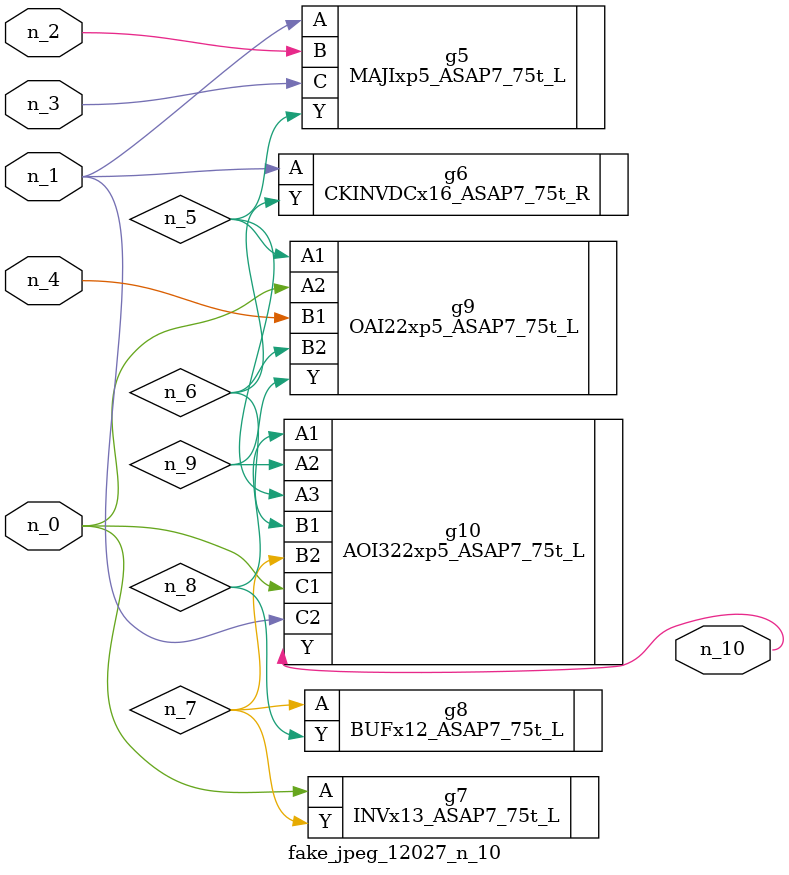
<source format=v>
module fake_jpeg_12027_n_10 (n_3, n_2, n_1, n_0, n_4, n_10);

input n_3;
input n_2;
input n_1;
input n_0;
input n_4;

output n_10;

wire n_8;
wire n_9;
wire n_6;
wire n_5;
wire n_7;

MAJIxp5_ASAP7_75t_L g5 ( 
.A(n_1),
.B(n_2),
.C(n_3),
.Y(n_5)
);

CKINVDCx16_ASAP7_75t_R g6 ( 
.A(n_1),
.Y(n_6)
);

INVx13_ASAP7_75t_L g7 ( 
.A(n_0),
.Y(n_7)
);

BUFx12_ASAP7_75t_L g8 ( 
.A(n_7),
.Y(n_8)
);

AOI322xp5_ASAP7_75t_L g10 ( 
.A1(n_8),
.A2(n_9),
.A3(n_5),
.B1(n_6),
.B2(n_7),
.C1(n_0),
.C2(n_1),
.Y(n_10)
);

OAI22xp5_ASAP7_75t_L g9 ( 
.A1(n_5),
.A2(n_0),
.B1(n_4),
.B2(n_6),
.Y(n_9)
);


endmodule
</source>
